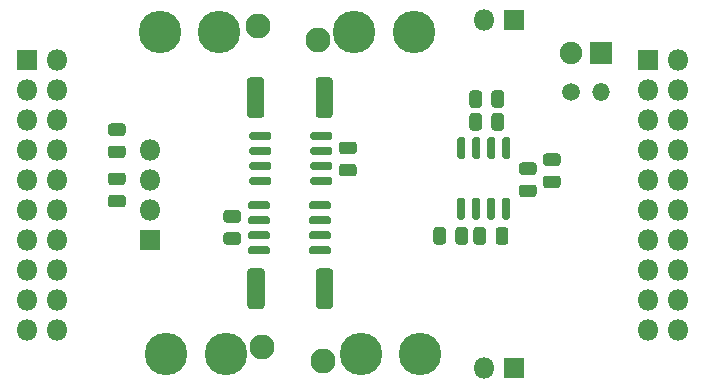
<source format=gbr>
%TF.GenerationSoftware,KiCad,Pcbnew,(5.1.6)-1*%
%TF.CreationDate,2020-06-16T01:11:06+01:00*%
%TF.ProjectId,peltier_driver_pcb,70656c74-6965-4725-9f64-72697665725f,rev?*%
%TF.SameCoordinates,Original*%
%TF.FileFunction,Soldermask,Top*%
%TF.FilePolarity,Negative*%
%FSLAX46Y46*%
G04 Gerber Fmt 4.6, Leading zero omitted, Abs format (unit mm)*
G04 Created by KiCad (PCBNEW (5.1.6)-1) date 2020-06-16 01:11:06*
%MOMM*%
%LPD*%
G01*
G04 APERTURE LIST*
%ADD10O,1.800000X1.800000*%
%ADD11R,1.800000X1.800000*%
%ADD12C,2.110000*%
%ADD13C,3.600000*%
%ADD14C,1.500000*%
%ADD15O,1.500000X1.500000*%
%ADD16R,1.900000X1.900000*%
%ADD17C,1.900000*%
G04 APERTURE END LIST*
D10*
%TO.C,U1*%
X120298000Y-66246000D03*
X120298000Y-68786000D03*
X120298000Y-71326000D03*
D11*
X120298000Y-73866000D03*
%TD*%
%TO.C,U9*%
G36*
G01*
X135634200Y-74567399D02*
X135634200Y-74917399D01*
G75*
G02*
X135459200Y-75092399I-175000J0D01*
G01*
X133959200Y-75092399D01*
G75*
G02*
X133784200Y-74917399I0J175000D01*
G01*
X133784200Y-74567399D01*
G75*
G02*
X133959200Y-74392399I175000J0D01*
G01*
X135459200Y-74392399D01*
G75*
G02*
X135634200Y-74567399I0J-175000D01*
G01*
G37*
G36*
G01*
X135634200Y-73297399D02*
X135634200Y-73647399D01*
G75*
G02*
X135459200Y-73822399I-175000J0D01*
G01*
X133959200Y-73822399D01*
G75*
G02*
X133784200Y-73647399I0J175000D01*
G01*
X133784200Y-73297399D01*
G75*
G02*
X133959200Y-73122399I175000J0D01*
G01*
X135459200Y-73122399D01*
G75*
G02*
X135634200Y-73297399I0J-175000D01*
G01*
G37*
G36*
G01*
X135634200Y-72027399D02*
X135634200Y-72377399D01*
G75*
G02*
X135459200Y-72552399I-175000J0D01*
G01*
X133959200Y-72552399D01*
G75*
G02*
X133784200Y-72377399I0J175000D01*
G01*
X133784200Y-72027399D01*
G75*
G02*
X133959200Y-71852399I175000J0D01*
G01*
X135459200Y-71852399D01*
G75*
G02*
X135634200Y-72027399I0J-175000D01*
G01*
G37*
G36*
G01*
X135634200Y-70757399D02*
X135634200Y-71107399D01*
G75*
G02*
X135459200Y-71282399I-175000J0D01*
G01*
X133959200Y-71282399D01*
G75*
G02*
X133784200Y-71107399I0J175000D01*
G01*
X133784200Y-70757399D01*
G75*
G02*
X133959200Y-70582399I175000J0D01*
G01*
X135459200Y-70582399D01*
G75*
G02*
X135634200Y-70757399I0J-175000D01*
G01*
G37*
G36*
G01*
X130484200Y-70757399D02*
X130484200Y-71107399D01*
G75*
G02*
X130309200Y-71282399I-175000J0D01*
G01*
X128809200Y-71282399D01*
G75*
G02*
X128634200Y-71107399I0J175000D01*
G01*
X128634200Y-70757399D01*
G75*
G02*
X128809200Y-70582399I175000J0D01*
G01*
X130309200Y-70582399D01*
G75*
G02*
X130484200Y-70757399I0J-175000D01*
G01*
G37*
G36*
G01*
X130484200Y-72027399D02*
X130484200Y-72377399D01*
G75*
G02*
X130309200Y-72552399I-175000J0D01*
G01*
X128809200Y-72552399D01*
G75*
G02*
X128634200Y-72377399I0J175000D01*
G01*
X128634200Y-72027399D01*
G75*
G02*
X128809200Y-71852399I175000J0D01*
G01*
X130309200Y-71852399D01*
G75*
G02*
X130484200Y-72027399I0J-175000D01*
G01*
G37*
G36*
G01*
X130484200Y-73297399D02*
X130484200Y-73647399D01*
G75*
G02*
X130309200Y-73822399I-175000J0D01*
G01*
X128809200Y-73822399D01*
G75*
G02*
X128634200Y-73647399I0J175000D01*
G01*
X128634200Y-73297399D01*
G75*
G02*
X128809200Y-73122399I175000J0D01*
G01*
X130309200Y-73122399D01*
G75*
G02*
X130484200Y-73297399I0J-175000D01*
G01*
G37*
G36*
G01*
X130484200Y-74567399D02*
X130484200Y-74917399D01*
G75*
G02*
X130309200Y-75092399I-175000J0D01*
G01*
X128809200Y-75092399D01*
G75*
G02*
X128634200Y-74917399I0J175000D01*
G01*
X128634200Y-74567399D01*
G75*
G02*
X128809200Y-74392399I175000J0D01*
G01*
X130309200Y-74392399D01*
G75*
G02*
X130484200Y-74567399I0J-175000D01*
G01*
G37*
%TD*%
%TO.C,C6*%
G36*
G01*
X127788250Y-72402500D02*
X126825750Y-72402500D01*
G75*
G02*
X126557000Y-72133750I0J268750D01*
G01*
X126557000Y-71596250D01*
G75*
G02*
X126825750Y-71327500I268750J0D01*
G01*
X127788250Y-71327500D01*
G75*
G02*
X128057000Y-71596250I0J-268750D01*
G01*
X128057000Y-72133750D01*
G75*
G02*
X127788250Y-72402500I-268750J0D01*
G01*
G37*
G36*
G01*
X127788250Y-74277500D02*
X126825750Y-74277500D01*
G75*
G02*
X126557000Y-74008750I0J268750D01*
G01*
X126557000Y-73471250D01*
G75*
G02*
X126825750Y-73202500I268750J0D01*
G01*
X127788250Y-73202500D01*
G75*
G02*
X128057000Y-73471250I0J-268750D01*
G01*
X128057000Y-74008750D01*
G75*
G02*
X127788250Y-74277500I-268750J0D01*
G01*
G37*
%TD*%
D10*
%TO.C,J3*%
X148624000Y-84714000D03*
D11*
X151164000Y-84714000D03*
%TD*%
%TO.C,J10*%
X151164000Y-55250000D03*
D10*
X148624000Y-55250000D03*
%TD*%
%TO.C,R3*%
G36*
G01*
X152807250Y-68368500D02*
X151844750Y-68368500D01*
G75*
G02*
X151576000Y-68099750I0J268750D01*
G01*
X151576000Y-67562250D01*
G75*
G02*
X151844750Y-67293500I268750J0D01*
G01*
X152807250Y-67293500D01*
G75*
G02*
X153076000Y-67562250I0J-268750D01*
G01*
X153076000Y-68099750D01*
G75*
G02*
X152807250Y-68368500I-268750J0D01*
G01*
G37*
G36*
G01*
X152807250Y-70243500D02*
X151844750Y-70243500D01*
G75*
G02*
X151576000Y-69974750I0J268750D01*
G01*
X151576000Y-69437250D01*
G75*
G02*
X151844750Y-69168500I268750J0D01*
G01*
X152807250Y-69168500D01*
G75*
G02*
X153076000Y-69437250I0J-268750D01*
G01*
X153076000Y-69974750D01*
G75*
G02*
X152807250Y-70243500I-268750J0D01*
G01*
G37*
%TD*%
%TO.C,R5*%
G36*
G01*
X147724500Y-73997250D02*
X147724500Y-73034750D01*
G75*
G02*
X147993250Y-72766000I268750J0D01*
G01*
X148530750Y-72766000D01*
G75*
G02*
X148799500Y-73034750I0J-268750D01*
G01*
X148799500Y-73997250D01*
G75*
G02*
X148530750Y-74266000I-268750J0D01*
G01*
X147993250Y-74266000D01*
G75*
G02*
X147724500Y-73997250I0J268750D01*
G01*
G37*
G36*
G01*
X149599500Y-73997250D02*
X149599500Y-73034750D01*
G75*
G02*
X149868250Y-72766000I268750J0D01*
G01*
X150405750Y-72766000D01*
G75*
G02*
X150674500Y-73034750I0J-268750D01*
G01*
X150674500Y-73997250D01*
G75*
G02*
X150405750Y-74266000I-268750J0D01*
G01*
X149868250Y-74266000D01*
G75*
G02*
X149599500Y-73997250I0J268750D01*
G01*
G37*
%TD*%
%TO.C,R9*%
G36*
G01*
X154839250Y-69481500D02*
X153876750Y-69481500D01*
G75*
G02*
X153608000Y-69212750I0J268750D01*
G01*
X153608000Y-68675250D01*
G75*
G02*
X153876750Y-68406500I268750J0D01*
G01*
X154839250Y-68406500D01*
G75*
G02*
X155108000Y-68675250I0J-268750D01*
G01*
X155108000Y-69212750D01*
G75*
G02*
X154839250Y-69481500I-268750J0D01*
G01*
G37*
G36*
G01*
X154839250Y-67606500D02*
X153876750Y-67606500D01*
G75*
G02*
X153608000Y-67337750I0J268750D01*
G01*
X153608000Y-66800250D01*
G75*
G02*
X153876750Y-66531500I268750J0D01*
G01*
X154839250Y-66531500D01*
G75*
G02*
X155108000Y-66800250I0J-268750D01*
G01*
X155108000Y-67337750D01*
G75*
G02*
X154839250Y-67606500I-268750J0D01*
G01*
G37*
%TD*%
%TO.C,R4*%
G36*
G01*
X146200500Y-73997250D02*
X146200500Y-73034750D01*
G75*
G02*
X146469250Y-72766000I268750J0D01*
G01*
X147006750Y-72766000D01*
G75*
G02*
X147275500Y-73034750I0J-268750D01*
G01*
X147275500Y-73997250D01*
G75*
G02*
X147006750Y-74266000I-268750J0D01*
G01*
X146469250Y-74266000D01*
G75*
G02*
X146200500Y-73997250I0J268750D01*
G01*
G37*
G36*
G01*
X144325500Y-73997250D02*
X144325500Y-73034750D01*
G75*
G02*
X144594250Y-72766000I268750J0D01*
G01*
X145131750Y-72766000D01*
G75*
G02*
X145400500Y-73034750I0J-268750D01*
G01*
X145400500Y-73997250D01*
G75*
G02*
X145131750Y-74266000I-268750J0D01*
G01*
X144594250Y-74266000D01*
G75*
G02*
X144325500Y-73997250I0J268750D01*
G01*
G37*
%TD*%
%TO.C,R7*%
G36*
G01*
X148448500Y-63382750D02*
X148448500Y-64345250D01*
G75*
G02*
X148179750Y-64614000I-268750J0D01*
G01*
X147642250Y-64614000D01*
G75*
G02*
X147373500Y-64345250I0J268750D01*
G01*
X147373500Y-63382750D01*
G75*
G02*
X147642250Y-63114000I268750J0D01*
G01*
X148179750Y-63114000D01*
G75*
G02*
X148448500Y-63382750I0J-268750D01*
G01*
G37*
G36*
G01*
X150323500Y-63382750D02*
X150323500Y-64345250D01*
G75*
G02*
X150054750Y-64614000I-268750J0D01*
G01*
X149517250Y-64614000D01*
G75*
G02*
X149248500Y-64345250I0J268750D01*
G01*
X149248500Y-63382750D01*
G75*
G02*
X149517250Y-63114000I268750J0D01*
G01*
X150054750Y-63114000D01*
G75*
G02*
X150323500Y-63382750I0J-268750D01*
G01*
G37*
%TD*%
%TO.C,R8*%
G36*
G01*
X149243900Y-62414850D02*
X149243900Y-61452350D01*
G75*
G02*
X149512650Y-61183600I268750J0D01*
G01*
X150050150Y-61183600D01*
G75*
G02*
X150318900Y-61452350I0J-268750D01*
G01*
X150318900Y-62414850D01*
G75*
G02*
X150050150Y-62683600I-268750J0D01*
G01*
X149512650Y-62683600D01*
G75*
G02*
X149243900Y-62414850I0J268750D01*
G01*
G37*
G36*
G01*
X147368900Y-62414850D02*
X147368900Y-61452350D01*
G75*
G02*
X147637650Y-61183600I268750J0D01*
G01*
X148175150Y-61183600D01*
G75*
G02*
X148443900Y-61452350I0J-268750D01*
G01*
X148443900Y-62414850D01*
G75*
G02*
X148175150Y-62683600I-268750J0D01*
G01*
X147637650Y-62683600D01*
G75*
G02*
X147368900Y-62414850I0J268750D01*
G01*
G37*
%TD*%
%TO.C,U3*%
G36*
G01*
X146862200Y-72139200D02*
X146512200Y-72139200D01*
G75*
G02*
X146337200Y-71964200I0J175000D01*
G01*
X146337200Y-70464200D01*
G75*
G02*
X146512200Y-70289200I175000J0D01*
G01*
X146862200Y-70289200D01*
G75*
G02*
X147037200Y-70464200I0J-175000D01*
G01*
X147037200Y-71964200D01*
G75*
G02*
X146862200Y-72139200I-175000J0D01*
G01*
G37*
G36*
G01*
X148132200Y-72139200D02*
X147782200Y-72139200D01*
G75*
G02*
X147607200Y-71964200I0J175000D01*
G01*
X147607200Y-70464200D01*
G75*
G02*
X147782200Y-70289200I175000J0D01*
G01*
X148132200Y-70289200D01*
G75*
G02*
X148307200Y-70464200I0J-175000D01*
G01*
X148307200Y-71964200D01*
G75*
G02*
X148132200Y-72139200I-175000J0D01*
G01*
G37*
G36*
G01*
X149402200Y-72139200D02*
X149052200Y-72139200D01*
G75*
G02*
X148877200Y-71964200I0J175000D01*
G01*
X148877200Y-70464200D01*
G75*
G02*
X149052200Y-70289200I175000J0D01*
G01*
X149402200Y-70289200D01*
G75*
G02*
X149577200Y-70464200I0J-175000D01*
G01*
X149577200Y-71964200D01*
G75*
G02*
X149402200Y-72139200I-175000J0D01*
G01*
G37*
G36*
G01*
X150672200Y-72139200D02*
X150322200Y-72139200D01*
G75*
G02*
X150147200Y-71964200I0J175000D01*
G01*
X150147200Y-70464200D01*
G75*
G02*
X150322200Y-70289200I175000J0D01*
G01*
X150672200Y-70289200D01*
G75*
G02*
X150847200Y-70464200I0J-175000D01*
G01*
X150847200Y-71964200D01*
G75*
G02*
X150672200Y-72139200I-175000J0D01*
G01*
G37*
G36*
G01*
X150672200Y-66989200D02*
X150322200Y-66989200D01*
G75*
G02*
X150147200Y-66814200I0J175000D01*
G01*
X150147200Y-65314200D01*
G75*
G02*
X150322200Y-65139200I175000J0D01*
G01*
X150672200Y-65139200D01*
G75*
G02*
X150847200Y-65314200I0J-175000D01*
G01*
X150847200Y-66814200D01*
G75*
G02*
X150672200Y-66989200I-175000J0D01*
G01*
G37*
G36*
G01*
X149402200Y-66989200D02*
X149052200Y-66989200D01*
G75*
G02*
X148877200Y-66814200I0J175000D01*
G01*
X148877200Y-65314200D01*
G75*
G02*
X149052200Y-65139200I175000J0D01*
G01*
X149402200Y-65139200D01*
G75*
G02*
X149577200Y-65314200I0J-175000D01*
G01*
X149577200Y-66814200D01*
G75*
G02*
X149402200Y-66989200I-175000J0D01*
G01*
G37*
G36*
G01*
X148132200Y-66989200D02*
X147782200Y-66989200D01*
G75*
G02*
X147607200Y-66814200I0J175000D01*
G01*
X147607200Y-65314200D01*
G75*
G02*
X147782200Y-65139200I175000J0D01*
G01*
X148132200Y-65139200D01*
G75*
G02*
X148307200Y-65314200I0J-175000D01*
G01*
X148307200Y-66814200D01*
G75*
G02*
X148132200Y-66989200I-175000J0D01*
G01*
G37*
G36*
G01*
X146862200Y-66989200D02*
X146512200Y-66989200D01*
G75*
G02*
X146337200Y-66814200I0J175000D01*
G01*
X146337200Y-65314200D01*
G75*
G02*
X146512200Y-65139200I175000J0D01*
G01*
X146862200Y-65139200D01*
G75*
G02*
X147037200Y-65314200I0J-175000D01*
G01*
X147037200Y-66814200D01*
G75*
G02*
X146862200Y-66989200I-175000J0D01*
G01*
G37*
%TD*%
%TO.C,R14*%
G36*
G01*
X128584200Y-79442882D02*
X128584200Y-76529918D01*
G75*
G02*
X128852718Y-76261400I268518J0D01*
G01*
X129765682Y-76261400D01*
G75*
G02*
X130034200Y-76529918I0J-268518D01*
G01*
X130034200Y-79442882D01*
G75*
G02*
X129765682Y-79711400I-268518J0D01*
G01*
X128852718Y-79711400D01*
G75*
G02*
X128584200Y-79442882I0J268518D01*
G01*
G37*
G36*
G01*
X134384200Y-79442882D02*
X134384200Y-76529918D01*
G75*
G02*
X134652718Y-76261400I268518J0D01*
G01*
X135565682Y-76261400D01*
G75*
G02*
X135834200Y-76529918I0J-268518D01*
G01*
X135834200Y-79442882D01*
G75*
G02*
X135565682Y-79711400I-268518J0D01*
G01*
X134652718Y-79711400D01*
G75*
G02*
X134384200Y-79442882I0J268518D01*
G01*
G37*
%TD*%
D11*
%TO.C,J9*%
X109960000Y-58640000D03*
D10*
X112500000Y-58640000D03*
X109960000Y-61180000D03*
X112500000Y-61180000D03*
X109960000Y-63720000D03*
X112500000Y-63720000D03*
X109960000Y-66260000D03*
X112500000Y-66260000D03*
X109960000Y-68800000D03*
X112500000Y-68800000D03*
X109960000Y-71340000D03*
X112500000Y-71340000D03*
X109960000Y-73880000D03*
X112500000Y-73880000D03*
X109960000Y-76420000D03*
X112500000Y-76420000D03*
X109960000Y-78960000D03*
X112500000Y-78960000D03*
X109960000Y-81500000D03*
X112500000Y-81500000D03*
%TD*%
%TO.C,R1*%
G36*
G01*
X118009250Y-69227500D02*
X117046750Y-69227500D01*
G75*
G02*
X116778000Y-68958750I0J268750D01*
G01*
X116778000Y-68421250D01*
G75*
G02*
X117046750Y-68152500I268750J0D01*
G01*
X118009250Y-68152500D01*
G75*
G02*
X118278000Y-68421250I0J-268750D01*
G01*
X118278000Y-68958750D01*
G75*
G02*
X118009250Y-69227500I-268750J0D01*
G01*
G37*
G36*
G01*
X118009250Y-71102500D02*
X117046750Y-71102500D01*
G75*
G02*
X116778000Y-70833750I0J268750D01*
G01*
X116778000Y-70296250D01*
G75*
G02*
X117046750Y-70027500I268750J0D01*
G01*
X118009250Y-70027500D01*
G75*
G02*
X118278000Y-70296250I0J-268750D01*
G01*
X118278000Y-70833750D01*
G75*
G02*
X118009250Y-71102500I-268750J0D01*
G01*
G37*
%TD*%
D12*
%TO.C,F1*%
X129466000Y-55736000D03*
X134566000Y-56936000D03*
%TD*%
%TO.C,F6*%
X134947000Y-84114000D03*
X129847000Y-82914000D03*
%TD*%
D13*
%TO.C,J1*%
X137594000Y-56244000D03*
%TD*%
%TO.C,J2*%
X126164000Y-56244000D03*
%TD*%
%TO.C,J4*%
X121164000Y-56244000D03*
%TD*%
%TO.C,J5*%
X142674000Y-56244000D03*
%TD*%
%TO.C,J21*%
X138229000Y-83549000D03*
%TD*%
%TO.C,J22*%
X126799000Y-83549000D03*
%TD*%
%TO.C,J25*%
X143229000Y-83549000D03*
%TD*%
%TO.C,J28*%
X121719000Y-83549000D03*
%TD*%
%TO.C,C1*%
G36*
G01*
X136604750Y-65536300D02*
X137567250Y-65536300D01*
G75*
G02*
X137836000Y-65805050I0J-268750D01*
G01*
X137836000Y-66342550D01*
G75*
G02*
X137567250Y-66611300I-268750J0D01*
G01*
X136604750Y-66611300D01*
G75*
G02*
X136336000Y-66342550I0J268750D01*
G01*
X136336000Y-65805050D01*
G75*
G02*
X136604750Y-65536300I268750J0D01*
G01*
G37*
G36*
G01*
X136604750Y-67411300D02*
X137567250Y-67411300D01*
G75*
G02*
X137836000Y-67680050I0J-268750D01*
G01*
X137836000Y-68217550D01*
G75*
G02*
X137567250Y-68486300I-268750J0D01*
G01*
X136604750Y-68486300D01*
G75*
G02*
X136336000Y-68217550I0J268750D01*
G01*
X136336000Y-67680050D01*
G75*
G02*
X136604750Y-67411300I268750J0D01*
G01*
G37*
%TD*%
%TO.C,R2*%
G36*
G01*
X117046750Y-63991500D02*
X118009250Y-63991500D01*
G75*
G02*
X118278000Y-64260250I0J-268750D01*
G01*
X118278000Y-64797750D01*
G75*
G02*
X118009250Y-65066500I-268750J0D01*
G01*
X117046750Y-65066500D01*
G75*
G02*
X116778000Y-64797750I0J268750D01*
G01*
X116778000Y-64260250D01*
G75*
G02*
X117046750Y-63991500I268750J0D01*
G01*
G37*
G36*
G01*
X117046750Y-65866500D02*
X118009250Y-65866500D01*
G75*
G02*
X118278000Y-66135250I0J-268750D01*
G01*
X118278000Y-66672750D01*
G75*
G02*
X118009250Y-66941500I-268750J0D01*
G01*
X117046750Y-66941500D01*
G75*
G02*
X116778000Y-66672750I0J268750D01*
G01*
X116778000Y-66135250D01*
G75*
G02*
X117046750Y-65866500I268750J0D01*
G01*
G37*
%TD*%
%TO.C,R6*%
G36*
G01*
X135808800Y-60350118D02*
X135808800Y-63263082D01*
G75*
G02*
X135540282Y-63531600I-268518J0D01*
G01*
X134627318Y-63531600D01*
G75*
G02*
X134358800Y-63263082I0J268518D01*
G01*
X134358800Y-60350118D01*
G75*
G02*
X134627318Y-60081600I268518J0D01*
G01*
X135540282Y-60081600D01*
G75*
G02*
X135808800Y-60350118I0J-268518D01*
G01*
G37*
G36*
G01*
X130008800Y-60350118D02*
X130008800Y-63263082D01*
G75*
G02*
X129740282Y-63531600I-268518J0D01*
G01*
X128827318Y-63531600D01*
G75*
G02*
X128558800Y-63263082I0J268518D01*
G01*
X128558800Y-60350118D01*
G75*
G02*
X128827318Y-60081600I268518J0D01*
G01*
X129740282Y-60081600D01*
G75*
G02*
X130008800Y-60350118I0J-268518D01*
G01*
G37*
%TD*%
%TO.C,U4*%
G36*
G01*
X128758800Y-65225601D02*
X128758800Y-64875601D01*
G75*
G02*
X128933800Y-64700601I175000J0D01*
G01*
X130433800Y-64700601D01*
G75*
G02*
X130608800Y-64875601I0J-175000D01*
G01*
X130608800Y-65225601D01*
G75*
G02*
X130433800Y-65400601I-175000J0D01*
G01*
X128933800Y-65400601D01*
G75*
G02*
X128758800Y-65225601I0J175000D01*
G01*
G37*
G36*
G01*
X128758800Y-66495601D02*
X128758800Y-66145601D01*
G75*
G02*
X128933800Y-65970601I175000J0D01*
G01*
X130433800Y-65970601D01*
G75*
G02*
X130608800Y-66145601I0J-175000D01*
G01*
X130608800Y-66495601D01*
G75*
G02*
X130433800Y-66670601I-175000J0D01*
G01*
X128933800Y-66670601D01*
G75*
G02*
X128758800Y-66495601I0J175000D01*
G01*
G37*
G36*
G01*
X128758800Y-67765601D02*
X128758800Y-67415601D01*
G75*
G02*
X128933800Y-67240601I175000J0D01*
G01*
X130433800Y-67240601D01*
G75*
G02*
X130608800Y-67415601I0J-175000D01*
G01*
X130608800Y-67765601D01*
G75*
G02*
X130433800Y-67940601I-175000J0D01*
G01*
X128933800Y-67940601D01*
G75*
G02*
X128758800Y-67765601I0J175000D01*
G01*
G37*
G36*
G01*
X128758800Y-69035601D02*
X128758800Y-68685601D01*
G75*
G02*
X128933800Y-68510601I175000J0D01*
G01*
X130433800Y-68510601D01*
G75*
G02*
X130608800Y-68685601I0J-175000D01*
G01*
X130608800Y-69035601D01*
G75*
G02*
X130433800Y-69210601I-175000J0D01*
G01*
X128933800Y-69210601D01*
G75*
G02*
X128758800Y-69035601I0J175000D01*
G01*
G37*
G36*
G01*
X133908800Y-69035601D02*
X133908800Y-68685601D01*
G75*
G02*
X134083800Y-68510601I175000J0D01*
G01*
X135583800Y-68510601D01*
G75*
G02*
X135758800Y-68685601I0J-175000D01*
G01*
X135758800Y-69035601D01*
G75*
G02*
X135583800Y-69210601I-175000J0D01*
G01*
X134083800Y-69210601D01*
G75*
G02*
X133908800Y-69035601I0J175000D01*
G01*
G37*
G36*
G01*
X133908800Y-67765601D02*
X133908800Y-67415601D01*
G75*
G02*
X134083800Y-67240601I175000J0D01*
G01*
X135583800Y-67240601D01*
G75*
G02*
X135758800Y-67415601I0J-175000D01*
G01*
X135758800Y-67765601D01*
G75*
G02*
X135583800Y-67940601I-175000J0D01*
G01*
X134083800Y-67940601D01*
G75*
G02*
X133908800Y-67765601I0J175000D01*
G01*
G37*
G36*
G01*
X133908800Y-66495601D02*
X133908800Y-66145601D01*
G75*
G02*
X134083800Y-65970601I175000J0D01*
G01*
X135583800Y-65970601D01*
G75*
G02*
X135758800Y-66145601I0J-175000D01*
G01*
X135758800Y-66495601D01*
G75*
G02*
X135583800Y-66670601I-175000J0D01*
G01*
X134083800Y-66670601D01*
G75*
G02*
X133908800Y-66495601I0J175000D01*
G01*
G37*
G36*
G01*
X133908800Y-65225601D02*
X133908800Y-64875601D01*
G75*
G02*
X134083800Y-64700601I175000J0D01*
G01*
X135583800Y-64700601D01*
G75*
G02*
X135758800Y-64875601I0J-175000D01*
G01*
X135758800Y-65225601D01*
G75*
G02*
X135583800Y-65400601I-175000J0D01*
G01*
X134083800Y-65400601D01*
G75*
G02*
X133908800Y-65225601I0J175000D01*
G01*
G37*
%TD*%
D11*
%TO.C,J6*%
X162500000Y-58640000D03*
D10*
X165040000Y-58640000D03*
X162500000Y-61180000D03*
X165040000Y-61180000D03*
X162500000Y-63720000D03*
X165040000Y-63720000D03*
X162500000Y-66260000D03*
X165040000Y-66260000D03*
X162500000Y-68800000D03*
X165040000Y-68800000D03*
X162500000Y-71340000D03*
X165040000Y-71340000D03*
X162500000Y-73880000D03*
X165040000Y-73880000D03*
X162500000Y-76420000D03*
X165040000Y-76420000D03*
X162500000Y-78960000D03*
X165040000Y-78960000D03*
X162500000Y-81500000D03*
X165040000Y-81500000D03*
%TD*%
D14*
%TO.C,R10*%
X155966000Y-61346000D03*
D15*
X158506000Y-61346000D03*
%TD*%
D16*
%TO.C,D1*%
X158500000Y-58000000D03*
D17*
X155960000Y-58000000D03*
%TD*%
M02*

</source>
